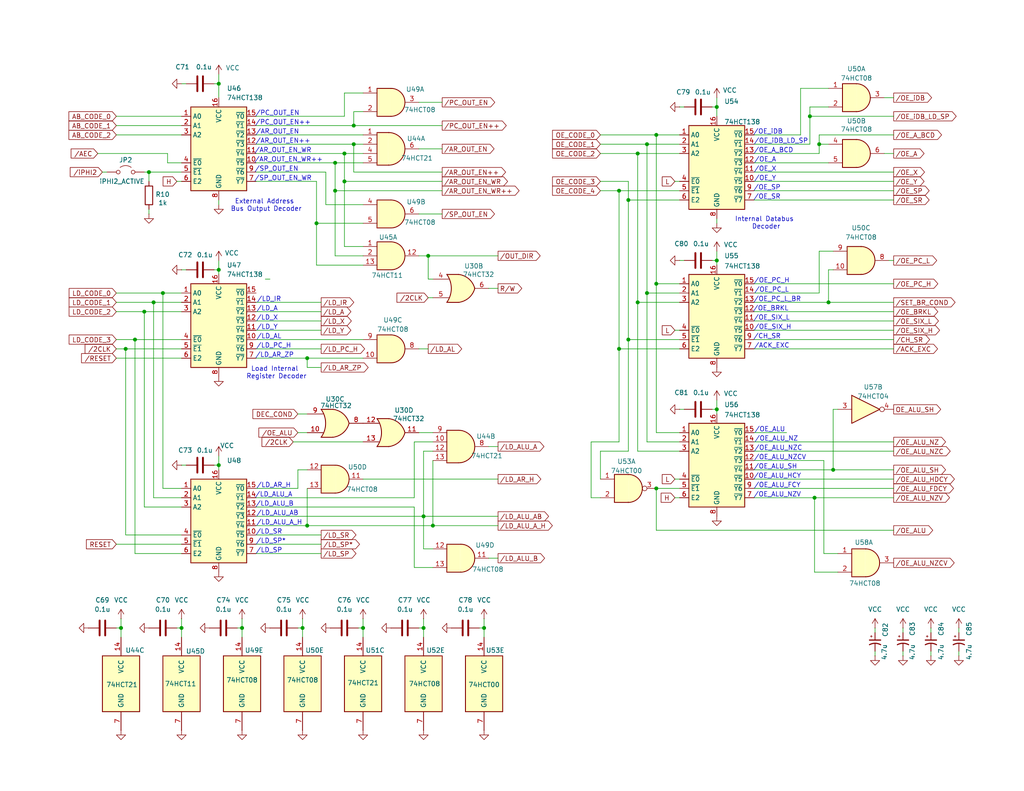
<source format=kicad_sch>
(kicad_sch (version 20250114) (generator "eeschema") (generator_version "9.0")
  (paper "A")
  (title_block (title "TTL 6510 Computer") (date "2025-10-20") (rev "B") (company "Stefan Warnke") (comment 9 "CPU_6502_Opcodes.txt"))
  (text "/LD_SP*" (at 73.914 147.828 0) (effects (font (size 1.27 1.27))))
  (text "/LD_SP" (at 73.406 150.368 0) (effects (font (size 1.27 1.27))))
  (text "/PC_OUT_EN" (at 75.692 30.988 0) (effects (font (size 1.27 1.27))))
  (text "/LD_ALU_AB" (at 75.692 140.208 0) (effects (font (size 1.27 1.27))))
  (text "/OE_PC_L" (at 210.566 79.248 0) (effects (font (size 1.27 1.27))))
  (text "/OE_iDB" (at 209.55 36.068 0) (effects (font (size 1.27 1.27))))
  (text "/LD_ALU_A_H" (at 76.2 142.748 0) (effects (font (size 1.27 1.27))))
  (text "Internal Databus \nDecoder" (at 209.042 60.96 0) (effects (font (size 1.27 1.27))))
  (text "/OE_PC_L_BR" (at 212.09 81.788 0) (effects (font (size 1.27 1.27))))
  (text "/OE_SIX_L" (at 210.566 86.868 0) (effects (font (size 1.27 1.27))))
  (text "/LD_ALU_A" (at 74.676 135.128 0) (effects (font (size 1.27 1.27))))
  (text "External Address \nBus Output Decoder" (at 72.644 56.134 0) (effects (font (size 1.27 1.27))))
  (text "Load Internal \nRegister Decoder" (at 75.438 101.854 0) (effects (font (size 1.27 1.27))))
  (text "/OE_SP" (at 209.296 51.308 0) (effects (font (size 1.27 1.27))))
  (text "/SP_OUT_EN_WR" (at 77.216 48.768 0) (effects (font (size 1.27 1.27))))
  (text "/CH_SR\n" (at 209.296 91.948 0) (effects (font (size 1.27 1.27))))
  (text "/PC_OUT_EN++" (at 77.216 33.528 0) (effects (font (size 1.27 1.27))))
  (text "/LD_X" (at 72.898 86.868 0) (effects (font (size 1.27 1.27))))
  (text "/OE_Y" (at 208.788 48.768 0) (effects (font (size 1.27 1.27))))
  (text "/OE_ALU_NZCV" (at 212.852 124.968 0) (effects (font (size 1.27 1.27))))
  (text "/LD_ALU_B" (at 74.93 137.668 0) (effects (font (size 1.27 1.27))))
  (text "/OE_iDB_LD_SP\n" (at 213.106 38.608 0) (effects (font (size 1.27 1.27))))
  (text "/OE_X" (at 208.788 46.228 0) (effects (font (size 1.27 1.27))))
  (text "/LD_PC_H" (at 74.676 94.488 0) (effects (font (size 1.27 1.27))))
  (text "/OE_PC_H" (at 210.566 76.708 0) (effects (font (size 1.27 1.27))))
  (text "/OE_SIX_H" (at 210.82 89.408 0) (effects (font (size 1.27 1.27))))
  (text "/OE_ALU_HCY" (at 212.09 130.048 0) (effects (font (size 1.27 1.27))))
  (text "/ACK_EXC" (at 210.566 94.488 0) (effects (font (size 1.27 1.27))))
  (text "/OE_SR\n" (at 209.296 53.848 0) (effects (font (size 1.27 1.27))))
  (text "/AR_OUT_EN_WR" (at 77.216 41.148 0) (effects (font (size 1.27 1.27))))
  (text "/OE_ALU" (at 210.058 117.348 0) (effects (font (size 1.27 1.27))))
  (text "/SP_OUT_EN" (at 75.438 46.228 0) (effects (font (size 1.27 1.27))))
  (text "/LD_IR" (at 73.406 81.788 0) (effects (font (size 1.27 1.27))))
  (text "/OE_ALU_NZC" (at 212.344 122.428 0) (effects (font (size 1.27 1.27))))
  (text "/OE_A_BCD" (at 211.074 41.148 0) (effects (font (size 1.27 1.27))))
  (text "/LD_AR_ZP" (at 74.93 97.028 0) (effects (font (size 1.27 1.27))))
  (text "/OE_ALU_FCY" (at 212.09 132.588 0) (effects (font (size 1.27 1.27))))
  (text "/LD_A" (at 72.898 84.328 0) (effects (font (size 1.27 1.27))))
  (text "/LD_Y" (at 72.898 89.408 0) (effects (font (size 1.27 1.27))))
  (text "/OE_BRKL" (at 210.312 84.328 0) (effects (font (size 1.27 1.27))))
  (text "/LD_AL" (at 73.406 91.948 0) (effects (font (size 1.27 1.27))))
  (text "/AR_OUT_EN_WR++" (at 78.74 43.688 0) (effects (font (size 1.27 1.27))))
  (text "/OE_ALU_NZ" (at 211.836 119.888 0) (effects (font (size 1.27 1.27))))
  (text "/AR_OUT_EN" (at 75.692 36.068 0) (effects (font (size 1.27 1.27))))
  (text "/OE_A" (at 208.788 43.688 0) (effects (font (size 1.27 1.27))))
  (text "/LD_SR\n" (at 73.406 145.288 0) (effects (font (size 1.27 1.27))))
  (text "/OE_ALU_NZV" (at 212.09 135.128 0) (effects (font (size 1.27 1.27))))
  (text "/AR_OUT_EN++" (at 77.216 38.608 0) (effects (font (size 1.27 1.27))))
  (text "/OE_ALU_SH" (at 211.582 127.508 0) (effects (font (size 1.27 1.27))))
  (text "/LD_AR_H\n" (at 74.676 132.588 0) (effects (font (size 1.27 1.27))))
  (junction (at 99.06 171.45))
  (junction (at 82.55 171.45))
  (junction (at 176.53 39.37))
  (junction (at 66.04 171.45))
  (junction (at 59.69 22.86))
  (junction (at 41.91 82.55))
  (junction (at 179.07 36.83))
  (junction (at 96.52 34.29))
  (junction (at 118.11 143.51))
  (junction (at 227.33 128.27))
  (junction (at 226.06 82.55))
  (junction (at 223.52 39.37))
  (junction (at 34.29 95.25))
  (junction (at 171.45 54.61))
  (junction (at 173.99 41.91))
  (junction (at 168.91 95.25))
  (junction (at 39.37 85.09))
  (junction (at 115.57 140.97))
  (junction (at 116.84 69.85))
  (junction (at 96.52 39.37))
  (junction (at 93.98 49.53))
  (junction (at 33.02 171.45))
  (junction (at 93.98 41.91))
  (junction (at 173.99 82.55))
  (junction (at 91.44 44.45))
  (junction (at 44.45 80.01))
  (junction (at 222.25 135.89))
  (junction (at 168.91 52.07))
  (junction (at 195.58 71.12))
  (junction (at 171.45 92.71))
  (junction (at 49.53 171.45))
  (junction (at 36.83 92.71))
  (junction (at 59.69 73.66))
  (junction (at 220.98 31.75))
  (junction (at 83.82 97.79))
  (junction (at 179.07 77.47))
  (junction (at 195.58 29.21))
  (junction (at 83.82 143.51))
  (junction (at 176.53 80.01))
  (junction (at 91.44 52.07))
  (junction (at 115.57 171.45))
  (junction (at 179.07 133.35))
  (junction (at 132.08 171.45))
  (junction (at 195.58 111.76))
  (junction (at 86.36 60.96))
  (junction (at 40.64 46.99))
  (junction (at 59.69 127))
  (wire (pts (xy 96.52 39.37) (xy 96.52 46.99)))
  (wire (pts (xy 88.9 46.99) (xy 88.9 55.88)))
  (wire (pts (xy 69.85 90.17) (xy 87.63 90.17)))
  (wire (pts (xy 226.06 73.66) (xy 227.33 73.66)))
  (wire (pts (xy 69.85 87.63) (xy 87.63 87.63)))
  (wire (pts (xy 132.08 171.45) (xy 132.08 173.99)))
  (wire (pts (xy 39.37 46.99) (xy 40.64 46.99)))
  (wire (pts (xy 44.45 133.35) (xy 44.45 80.01)))
  (wire (pts (xy 223.52 68.58) (xy 227.33 68.58)))
  (wire (pts (xy 161.29 120.65) (xy 168.91 120.65)))
  (wire (pts (xy 96.52 30.48) (xy 96.52 34.29)))
  (wire (pts (xy 205.74 87.63) (xy 243.84 87.63)))
  (wire (pts (xy 99.06 69.85) (xy 91.44 69.85)))
  (wire (pts (xy 59.69 71.12) (xy 59.69 73.66)))
  (wire (pts (xy 115.57 140.97) (xy 135.89 140.97)))
  (wire (pts (xy 184.15 135.89) (xy 185.42 135.89)))
  (wire (pts (xy 220.98 31.75) (xy 243.84 31.75)))
  (wire (pts (xy 99.06 44.45) (xy 91.44 44.45)))
  (wire (pts (xy 168.91 52.07) (xy 185.42 52.07)))
  (wire (pts (xy 132.08 168.91) (xy 132.08 171.45)))
  (wire (pts (xy 66.04 168.91) (xy 66.04 171.45)))
  (wire (pts (xy 81.28 118.11) (xy 83.82 118.11)))
  (wire (pts (xy 115.57 171.45) (xy 115.57 173.99)))
  (wire (pts (xy 113.03 135.89) (xy 69.85 135.89)))
  (wire (pts (xy 179.07 133.35) (xy 185.42 133.35)))
  (wire (pts (xy 49.53 44.45) (xy 45.72 44.45)))
  (wire (pts (xy 195.58 26.67) (xy 195.58 29.21)))
  (wire (pts (xy 69.85 34.29) (xy 96.52 34.29)))
  (wire (pts (xy 226.06 29.21) (xy 220.98 29.21)))
  (wire (pts (xy 87.63 100.33) (xy 83.82 100.33)))
  (wire (pts (xy 114.3 58.42) (xy 120.65 58.42)))
  (wire (pts (xy 246.38 171.45) (xy 246.38 172.72)))
  (wire (pts (xy 184.15 130.81) (xy 185.42 130.81)))
  (wire (pts (xy 205.74 36.83) (xy 218.44 36.83)))
  (wire (pts (xy 69.85 36.83) (xy 99.06 36.83)))
  (wire (pts (xy 81.28 171.45) (xy 82.55 171.45)))
  (wire (pts (xy 97.79 171.45) (xy 99.06 171.45)))
  (wire (pts (xy 91.44 52.07) (xy 120.65 52.07)))
  (wire (pts (xy 118.11 125.73) (xy 118.11 143.51)))
  (wire (pts (xy 69.85 39.37) (xy 96.52 39.37)))
  (wire (pts (xy 205.74 123.19) (xy 243.84 123.19)))
  (wire (pts (xy 205.74 130.81) (xy 243.84 130.81)))
  (wire (pts (xy 205.74 125.73) (xy 224.79 125.73)))
  (wire (pts (xy 261.62 171.45) (xy 261.62 172.72)))
  (wire (pts (xy 99.06 130.81) (xy 135.89 130.81)))
  (wire (pts (xy 114.3 69.85) (xy 116.84 69.85)))
  (wire (pts (xy 173.99 41.91) (xy 173.99 82.55)))
  (wire (pts (xy 194.31 111.76) (xy 195.58 111.76)))
  (wire (pts (xy 195.58 29.21) (xy 195.58 31.75)))
  (wire (pts (xy 69.85 148.59) (xy 87.63 148.59)))
  (wire (pts (xy 116.84 69.85) (xy 116.84 76.2)))
  (wire (pts (xy 228.6 151.13) (xy 224.79 151.13)))
  (wire (pts (xy 83.82 133.35) (xy 83.82 143.51)))
  (wire (pts (xy 168.91 120.65) (xy 168.91 95.25)))
  (wire (pts (xy 205.74 41.91) (xy 223.52 41.91)))
  (wire (pts (xy 176.53 80.01) (xy 185.42 80.01)))
  (wire (pts (xy 31.75 171.45) (xy 33.02 171.45)))
  (wire (pts (xy 168.91 95.25) (xy 185.42 95.25)))
  (wire (pts (xy 171.45 54.61) (xy 171.45 49.53)))
  (wire (pts (xy 40.64 46.99) (xy 40.64 49.53)))
  (wire (pts (xy 69.85 151.13) (xy 87.63 151.13)))
  (wire (pts (xy 69.85 146.05) (xy 87.63 146.05)))
  (wire (pts (xy 205.74 128.27) (xy 227.33 128.27)))
  (wire (pts (xy 118.11 149.86) (xy 115.57 149.86)))
  (wire (pts (xy 205.74 95.25) (xy 243.84 95.25)))
  (wire (pts (xy 39.37 85.09) (xy 49.53 85.09)))
  (wire (pts (xy 44.45 80.01) (xy 49.53 80.01)))
  (wire (pts (xy 49.53 151.13) (xy 36.83 151.13)))
  (wire (pts (xy 69.85 143.51) (xy 83.82 143.51)))
  (wire (pts (xy 243.84 36.83) (xy 223.52 36.83)))
  (wire (pts (xy 223.52 36.83) (xy 223.52 39.37)))
  (wire (pts (xy 118.11 143.51) (xy 135.89 143.51)))
  (wire (pts (xy 195.58 59.69) (xy 195.58 60.96)))
  (wire (pts (xy 185.42 41.91) (xy 173.99 41.91)))
  (wire (pts (xy 226.06 82.55) (xy 226.06 73.66)))
  (wire (pts (xy 163.83 130.81) (xy 163.83 123.19)))
  (wire (pts (xy 115.57 123.19) (xy 115.57 140.97)))
  (wire (pts (xy 36.83 92.71) (xy 49.53 92.71)))
  (wire (pts (xy 205.74 77.47) (xy 243.84 77.47)))
  (wire (pts (xy 49.53 127) (xy 50.8 127)))
  (wire (pts (xy 49.53 133.35) (xy 44.45 133.35)))
  (wire (pts (xy 49.53 22.86) (xy 50.8 22.86)))
  (wire (pts (xy 226.06 82.55) (xy 243.84 82.55)))
  (wire (pts (xy 58.42 127) (xy 59.69 127)))
  (wire (pts (xy 59.69 73.66) (xy 59.69 74.93)))
  (wire (pts (xy 185.42 39.37) (xy 176.53 39.37)))
  (wire (pts (xy 205.74 80.01) (xy 223.52 80.01)))
  (wire (pts (xy 133.35 121.92) (xy 135.89 121.92)))
  (wire (pts (xy 99.06 25.4) (xy 93.98 25.4)))
  (wire (pts (xy 99.06 39.37) (xy 96.52 39.37)))
  (wire (pts (xy 96.52 30.48) (xy 99.06 30.48)))
  (wire (pts (xy 83.82 97.79) (xy 99.06 97.79)))
  (wire (pts (xy 49.53 135.89) (xy 41.91 135.89)))
  (wire (pts (xy 161.29 135.89) (xy 161.29 120.65)))
  (wire (pts (xy 45.72 44.45) (xy 45.72 41.91)))
  (wire (pts (xy 40.64 46.99) (xy 49.53 46.99)))
  (wire (pts (xy 205.74 90.17) (xy 243.84 90.17)))
  (wire (pts (xy 227.33 111.76) (xy 228.6 111.76)))
  (wire (pts (xy 246.38 177.8) (xy 246.38 179.07)))
  (wire (pts (xy 82.55 168.91) (xy 82.55 171.45)))
  (wire (pts (xy 185.42 82.55) (xy 173.99 82.55)))
  (wire (pts (xy 83.82 143.51) (xy 118.11 143.51)))
  (wire (pts (xy 185.42 111.76) (xy 186.69 111.76)))
  (wire (pts (xy 205.74 120.65) (xy 243.84 120.65)))
  (wire (pts (xy 238.76 171.45) (xy 238.76 172.72)))
  (wire (pts (xy 185.42 123.19) (xy 173.99 123.19)))
  (wire (pts (xy 205.74 133.35) (xy 243.84 133.35)))
  (wire (pts (xy 69.85 41.91) (xy 93.98 41.91)))
  (wire (pts (xy 33.02 173.99) (xy 33.02 171.45)))
  (wire (pts (xy 91.44 69.85) (xy 91.44 52.07)))
  (wire (pts (xy 64.77 171.45) (xy 66.04 171.45)))
  (wire (pts (xy 205.74 92.71) (xy 243.84 92.71)))
  (wire (pts (xy 80.01 120.65) (xy 99.06 120.65)))
  (wire (pts (xy 115.57 168.91) (xy 115.57 171.45)))
  (wire (pts (xy 227.33 128.27) (xy 227.33 111.76)))
  (wire (pts (xy 223.52 39.37) (xy 223.52 41.91)))
  (wire (pts (xy 59.69 20.32) (xy 59.69 22.86)))
  (wire (pts (xy 163.83 135.89) (xy 161.29 135.89)))
  (wire (pts (xy 261.62 177.8) (xy 261.62 179.07)))
  (wire (pts (xy 93.98 67.31) (xy 93.98 49.53)))
  (wire (pts (xy 133.35 78.74) (xy 135.89 78.74)))
  (wire (pts (xy 222.25 135.89) (xy 222.25 156.21)))
  (wire (pts (xy 205.74 49.53) (xy 243.84 49.53)))
  (wire (pts (xy 120.65 46.99) (xy 96.52 46.99)))
  (wire (pts (xy 114.3 171.45) (xy 115.57 171.45)))
  (wire (pts (xy 238.76 177.8) (xy 238.76 179.07)))
  (wire (pts (xy 86.36 60.96) (xy 86.36 72.39)))
  (wire (pts (xy 86.36 49.53) (xy 86.36 60.96)))
  (wire (pts (xy 59.69 55.88) (xy 59.69 54.61)))
  (wire (pts (xy 45.72 41.91) (xy 26.67 41.91)))
  (wire (pts (xy 69.85 92.71) (xy 99.06 92.71)))
  (wire (pts (xy 185.42 118.11) (xy 179.07 118.11)))
  (wire (pts (xy 133.35 152.4) (xy 135.89 152.4)))
  (wire (pts (xy 243.84 144.78) (xy 179.07 144.78)))
  (wire (pts (xy 59.69 22.86) (xy 59.69 26.67)))
  (wire (pts (xy 116.84 69.85) (xy 135.89 69.85)))
  (wire (pts (xy 93.98 41.91) (xy 99.06 41.91)))
  (wire (pts (xy 195.58 71.12) (xy 195.58 72.39)))
  (wire (pts (xy 86.36 72.39) (xy 99.06 72.39)))
  (wire (pts (xy 114.3 95.25) (xy 116.84 95.25)))
  (wire (pts (xy 69.85 95.25) (xy 87.63 95.25)))
  (wire (pts (xy 171.45 92.71) (xy 171.45 54.61)))
  (wire (pts (xy 91.44 44.45) (xy 91.44 52.07)))
  (wire (pts (xy 116.84 76.2) (xy 118.11 76.2)))
  (wire (pts (xy 31.75 95.25) (xy 34.29 95.25)))
  (wire (pts (xy 69.85 133.35) (xy 81.28 133.35)))
  (wire (pts (xy 49.53 168.91) (xy 49.53 171.45)))
  (wire (pts (xy 223.52 39.37) (xy 226.06 39.37)))
  (wire (pts (xy 163.83 123.19) (xy 171.45 123.19)))
  (wire (pts (xy 185.42 71.12) (xy 186.69 71.12)))
  (wire (pts (xy 176.53 39.37) (xy 176.53 80.01)))
  (wire (pts (xy 114.3 27.94) (xy 120.65 27.94)))
  (wire (pts (xy 41.91 135.89) (xy 41.91 82.55)))
  (wire (pts (xy 81.28 113.03) (xy 83.82 113.03)))
  (wire (pts (xy 39.37 85.09) (xy 31.75 85.09)))
  (wire (pts (xy 222.25 135.89) (xy 243.84 135.89)))
  (wire (pts (xy 31.75 36.83) (xy 49.53 36.83)))
  (wire (pts (xy 49.53 73.66) (xy 50.8 73.66)))
  (wire (pts (xy 86.36 60.96) (xy 99.06 60.96)))
  (wire (pts (xy 115.57 149.86) (xy 115.57 140.97)))
  (wire (pts (xy 72.39 76.2) (xy 73.66 76.2)))
  (wire (pts (xy 34.29 95.25) (xy 49.53 95.25)))
  (wire (pts (xy 69.85 85.09) (xy 87.63 85.09)))
  (wire (pts (xy 81.28 128.27) (xy 83.82 128.27)))
  (wire (pts (xy 227.33 128.27) (xy 243.84 128.27)))
  (wire (pts (xy 49.53 138.43) (xy 39.37 138.43)))
  (wire (pts (xy 224.79 151.13) (xy 224.79 125.73)))
  (wire (pts (xy 88.9 55.88) (xy 99.06 55.88)))
  (wire (pts (xy 96.52 34.29) (xy 120.65 34.29)))
  (wire (pts (xy 58.42 73.66) (xy 59.69 73.66)))
  (wire (pts (xy 69.85 49.53) (xy 86.36 49.53)))
  (wire (pts (xy 205.74 85.09) (xy 243.84 85.09)))
  (wire (pts (xy 31.75 148.59) (xy 49.53 148.59)))
  (wire (pts (xy 59.69 124.46) (xy 59.69 127)))
  (wire (pts (xy 163.83 36.83) (xy 179.07 36.83)))
  (wire (pts (xy 185.42 54.61) (xy 171.45 54.61)))
  (wire (pts (xy 93.98 41.91) (xy 93.98 49.53)))
  (wire (pts (xy 31.75 31.75) (xy 49.53 31.75)))
  (wire (pts (xy 39.37 138.43) (xy 39.37 85.09)))
  (wire (pts (xy 81.28 133.35) (xy 81.28 128.27)))
  (wire (pts (xy 69.85 138.43) (xy 113.03 138.43)))
  (wire (pts (xy 218.44 24.13) (xy 218.44 36.83)))
  (wire (pts (xy 241.3 26.67) (xy 243.84 26.67)))
  (wire (pts (xy 195.58 109.22) (xy 195.58 111.76)))
  (wire (pts (xy 171.45 92.71) (xy 185.42 92.71)))
  (wire (pts (xy 69.85 140.97) (xy 115.57 140.97)))
  (wire (pts (xy 114.3 118.11) (xy 118.11 118.11)))
  (wire (pts (xy 59.69 127) (xy 59.69 128.27)))
  (wire (pts (xy 93.98 25.4) (xy 93.98 31.75)))
  (wire (pts (xy 69.85 44.45) (xy 91.44 44.45)))
  (wire (pts (xy 205.74 135.89) (xy 222.25 135.89)))
  (wire (pts (xy 41.91 82.55) (xy 49.53 82.55)))
  (wire (pts (xy 114.3 40.64) (xy 120.65 40.64)))
  (wire (pts (xy 31.75 97.79) (xy 49.53 97.79)))
  (wire (pts (xy 27.94 46.99) (xy 29.21 46.99)))
  (wire (pts (xy 176.53 120.65) (xy 176.53 80.01)))
  (wire (pts (xy 130.81 171.45) (xy 132.08 171.45)))
  (wire (pts (xy 116.84 81.28) (xy 118.11 81.28)))
  (wire (pts (xy 222.25 156.21) (xy 228.6 156.21)))
  (wire (pts (xy 185.42 36.83) (xy 179.07 36.83)))
  (wire (pts (xy 163.83 39.37) (xy 176.53 39.37)))
  (wire (pts (xy 194.31 71.12) (xy 195.58 71.12)))
  (wire (pts (xy 34.29 146.05) (xy 49.53 146.05)))
  (wire (pts (xy 31.75 82.55) (xy 41.91 82.55)))
  (wire (pts (xy 185.42 29.21) (xy 186.69 29.21)))
  (wire (pts (xy 36.83 151.13) (xy 36.83 92.71)))
  (wire (pts (xy 69.85 46.99) (xy 88.9 46.99)))
  (wire (pts (xy 118.11 154.94) (xy 113.03 154.94)))
  (wire (pts (xy 34.29 95.25) (xy 34.29 146.05)))
  (wire (pts (xy 69.85 82.55) (xy 87.63 82.55)))
  (wire (pts (xy 185.42 120.65) (xy 176.53 120.65)))
  (wire (pts (xy 226.06 24.13) (xy 218.44 24.13)))
  (wire (pts (xy 242.57 71.12) (xy 243.84 71.12)))
  (wire (pts (xy 66.04 171.45) (xy 66.04 173.99)))
  (wire (pts (xy 83.82 100.33) (xy 83.82 97.79)))
  (wire (pts (xy 31.75 92.71) (xy 36.83 92.71)))
  (wire (pts (xy 179.07 144.78) (xy 179.07 133.35)))
  (wire (pts (xy 48.26 171.45) (xy 49.53 171.45)))
  (wire (pts (xy 254 171.45) (xy 254 172.72)))
  (wire (pts (xy 205.74 54.61) (xy 243.84 54.61)))
  (wire (pts (xy 241.3 41.91) (xy 243.84 41.91)))
  (wire (pts (xy 113.03 154.94) (xy 113.03 138.43)))
  (wire (pts (xy 120.65 49.53) (xy 93.98 49.53)))
  (wire (pts (xy 195.58 68.58) (xy 195.58 71.12)))
  (wire (pts (xy 99.06 168.91) (xy 99.06 171.45)))
  (wire (pts (xy 163.83 52.07) (xy 168.91 52.07)))
  (wire (pts (xy 205.74 52.07) (xy 243.84 52.07)))
  (wire (pts (xy 99.06 67.31) (xy 93.98 67.31)))
  (wire (pts (xy 58.42 22.86) (xy 59.69 22.86)))
  (wire (pts (xy 205.74 82.55) (xy 226.06 82.55)))
  (wire (pts (xy 205.74 46.99) (xy 243.84 46.99)))
  (wire (pts (xy 220.98 31.75) (xy 220.98 39.37)))
  (wire (pts (xy 254 177.8) (xy 254 179.07)))
  (wire (pts (xy 223.52 80.01) (xy 223.52 68.58)))
  (wire (pts (xy 40.64 57.15) (xy 40.64 58.42)))
  (wire (pts (xy 184.15 90.17) (xy 185.42 90.17)))
  (wire (pts (xy 220.98 29.21) (xy 220.98 31.75)))
  (wire (pts (xy 171.45 123.19) (xy 171.45 92.71)))
  (wire (pts (xy 179.07 118.11) (xy 179.07 77.47)))
  (wire (pts (xy 49.53 173.99) (xy 49.53 171.45)))
  (wire (pts (xy 185.42 77.47) (xy 179.07 77.47)))
  (wire (pts (xy 205.74 118.11) (xy 214.63 118.11)))
  (wire (pts (xy 163.83 49.53) (xy 171.45 49.53)))
  (wire (pts (xy 113.03 120.65) (xy 113.03 135.89)))
  (wire (pts (xy 184.15 49.53) (xy 185.42 49.53)))
  (wire (pts (xy 48.26 49.53) (xy 49.53 49.53)))
  (wire (pts (xy 163.83 41.91) (xy 173.99 41.91)))
  (wire (pts (xy 33.02 168.91) (xy 33.02 171.45)))
  (wire (pts (xy 118.11 123.19) (xy 115.57 123.19)))
  (wire (pts (xy 69.85 31.75) (xy 93.98 31.75)))
  (wire (pts (xy 179.07 36.83) (xy 179.07 77.47)))
  (wire (pts (xy 173.99 123.19) (xy 173.99 82.55)))
  (wire (pts (xy 205.74 39.37) (xy 220.98 39.37)))
  (wire (pts (xy 168.91 52.07) (xy 168.91 95.25)))
  (wire (pts (xy 194.31 29.21) (xy 195.58 29.21)))
  (wire (pts (xy 205.74 44.45) (xy 226.06 44.45)))
  (wire (pts (xy 31.75 34.29) (xy 49.53 34.29)))
  (wire (pts (xy 69.85 97.79) (xy 83.82 97.79)))
  (wire (pts (xy 118.11 120.65) (xy 113.03 120.65)))
  (wire (pts (xy 82.55 171.45) (xy 82.55 173.99)))
  (wire (pts (xy 31.75 80.01) (xy 44.45 80.01)))
  (wire (pts (xy 99.06 171.45) (xy 99.06 173.99)))
  (wire (pts (xy 195.58 111.76) (xy 195.58 113.03)))
  (global_label "R{slash}W" (shape output) (at 135.89 78.74 0) (property "Intersheetrefs" "${INTERSHEET_REFS}" (effects (hide yes))))
  (global_label "{slash}LD_ALU_A_H" (shape output) (at 135.89 143.51 0) (property "Intersheetrefs" "${INTERSHEET_REFS}" (effects (hide yes))))
  (global_label "{slash}iPHI2" (shape input) (at 27.94 46.99 180) (effects (font (thickness 0.1588))) (property "Intersheetrefs" "${INTERSHEET_REFS}" (effects (hide yes))))
  (global_label "{slash}LD_AR_H" (shape output) (at 135.89 130.81 0) (property "Intersheetrefs" "${INTERSHEET_REFS}" (effects (hide yes))))
  (global_label "OE_ALU_SH" (shape output) (at 243.84 111.76 0) (property "Intersheetrefs" "${INTERSHEET_REFS}" (effects (hide yes))))
  (global_label "{slash}LD_ALU_AB" (shape output) (at 135.89 140.97 0) (property "Intersheetrefs" "${INTERSHEET_REFS}" (effects (hide yes))))
  (global_label "{slash}OE_ALU_NZC" (shape output) (at 243.84 123.19 0) (property "Intersheetrefs" "${INTERSHEET_REFS}" (effects (hide yes))))
  (global_label "{slash}OE_ALU_FDCY" (shape output) (at 243.84 133.35 0) (property "Intersheetrefs" "${INTERSHEET_REFS}" (effects (hide yes))))
  (global_label "{slash}AR_OUT_EN++" (shape output) (at 120.65 46.99 0) (property "Intersheetrefs" "${INTERSHEET_REFS}" (effects (hide yes))))
  (global_label "{slash}2CLK" (shape input) (at 80.01 120.65 180) (effects (font (thickness 0.1588))) (property "Intersheetrefs" "${INTERSHEET_REFS}" (effects (hide yes))))
  (global_label "{slash}CH_SR" (shape output) (at 243.84 92.71 0) (property "Intersheetrefs" "${INTERSHEET_REFS}" (effects (hide yes))))
  (global_label "{slash}LD_ALU_B" (shape output) (at 135.89 152.4 0) (property "Intersheetrefs" "${INTERSHEET_REFS}" (effects (hide yes))))
  (global_label "{slash}LD_IR" (shape output) (at 87.63 82.55 0) (property "Intersheetrefs" "${INTERSHEET_REFS}" (effects (hide yes))))
  (global_label "OE_CODE_4" (shape input) (at 163.83 52.07 180) (property "Intersheetrefs" "${INTERSHEET_REFS}" (effects (hide yes))))
  (global_label "{slash}OE_BRKL" (shape output) (at 243.84 85.09 0) (property "Intersheetrefs" "${INTERSHEET_REFS}" (effects (hide yes))))
  (global_label "{slash}LD_AL" (shape output) (at 116.84 95.25 0) (property "Intersheetrefs" "${INTERSHEET_REFS}" (effects (hide yes))))
  (global_label "H" (shape input) (at 184.15 135.89 180) (effects (font (thickness 0.1588))) (property "Intersheetrefs" "${INTERSHEET_REFS}" (effects (hide yes))))
  (global_label "{slash}OE_PC_H" (shape output) (at 243.84 77.47 0) (property "Intersheetrefs" "${INTERSHEET_REFS}" (effects (hide yes))))
  (global_label "{slash}ACK_EXC" (shape output) (at 243.84 95.25 0) (property "Intersheetrefs" "${INTERSHEET_REFS}" (effects (hide yes))))
  (global_label "{slash}AR_OUT_EN_WR++" (shape output) (at 120.65 52.07 0) (property "Intersheetrefs" "${INTERSHEET_REFS}" (effects (hide yes))))
  (global_label "OE_CODE_2" (shape input) (at 163.83 41.91 180) (property "Intersheetrefs" "${INTERSHEET_REFS}" (effects (hide yes))))
  (global_label "{slash}OE_iDB_LD_SP" (shape output) (at 243.84 31.75 0) (property "Intersheetrefs" "${INTERSHEET_REFS}" (effects (hide yes))))
  (global_label "L" (shape input) (at 184.15 49.53 180) (effects (font (thickness 0.1588))) (property "Intersheetrefs" "${INTERSHEET_REFS}" (effects (hide yes))))
  (global_label "OE_CODE_3" (shape input) (at 163.83 49.53 180) (property "Intersheetrefs" "${INTERSHEET_REFS}" (effects (hide yes))))
  (global_label "{slash}LD_ALU_A" (shape output) (at 135.89 121.92 0) (property "Intersheetrefs" "${INTERSHEET_REFS}" (effects (hide yes))))
  (global_label "{slash}2CLK" (shape input) (at 116.84 81.28 180) (effects (font (thickness 0.1588))) (property "Intersheetrefs" "${INTERSHEET_REFS}" (effects (hide yes))))
  (global_label "{slash}AR_OUT_EN" (shape output) (at 120.65 40.64 0) (property "Intersheetrefs" "${INTERSHEET_REFS}" (effects (hide yes))))
  (global_label "{slash}AEC" (shape input) (at 26.67 41.91 180) (effects (font (thickness 0.1588))) (property "Intersheetrefs" "${INTERSHEET_REFS}" (effects (hide yes))))
  (global_label "{slash}OE_iDB" (shape output) (at 243.84 26.67 0) (property "Intersheetrefs" "${INTERSHEET_REFS}" (effects (hide yes))))
  (global_label "AB_CODE_0" (shape input) (at 31.75 31.75 180) (property "Intersheetrefs" "${INTERSHEET_REFS}" (effects (hide yes))))
  (global_label "{slash}OE_SIX_H" (shape output) (at 243.84 90.17 0) (property "Intersheetrefs" "${INTERSHEET_REFS}" (effects (hide yes))))
  (global_label "LD_CODE_0" (shape input) (at 31.75 80.01 180) (property "Intersheetrefs" "${INTERSHEET_REFS}" (effects (hide yes))))
  (global_label "{slash}LD_X" (shape output) (at 87.63 87.63 0) (property "Intersheetrefs" "${INTERSHEET_REFS}" (effects (hide yes))))
  (global_label "{slash}OUT_DIR" (shape output) (at 135.89 69.85 0) (property "Intersheetrefs" "${INTERSHEET_REFS}" (effects (hide yes))))
  (global_label "LD_CODE_2" (shape input) (at 31.75 85.09 180) (property "Intersheetrefs" "${INTERSHEET_REFS}" (effects (hide yes))))
  (global_label "{slash}OE_ALU_NZCV" (shape output) (at 243.84 153.67 0) (property "Intersheetrefs" "${INTERSHEET_REFS}" (effects (hide yes))))
  (global_label "{slash}RESET" (shape input) (at 31.75 97.79 180) (effects (font (thickness 0.1588))) (property "Intersheetrefs" "${INTERSHEET_REFS}" (effects (hide yes))))
  (global_label "{slash}OE_Y" (shape output) (at 243.84 49.53 0) (property "Intersheetrefs" "${INTERSHEET_REFS}" (effects (hide yes))))
  (global_label "{slash}LD_A" (shape output) (at 87.63 85.09 0) (property "Intersheetrefs" "${INTERSHEET_REFS}" (effects (hide yes))))
  (global_label "{slash}OE_ALU" (shape output) (at 243.84 144.78 0) (property "Intersheetrefs" "${INTERSHEET_REFS}" (effects (hide yes))))
  (global_label "{slash}LD_AR_ZP" (shape output) (at 87.63 100.33 0) (property "Intersheetrefs" "${INTERSHEET_REFS}" (effects (hide yes))))
  (global_label "L" (shape input) (at 184.15 130.81 180) (effects (font (thickness 0.1588))) (property "Intersheetrefs" "${INTERSHEET_REFS}" (effects (hide yes))))
  (global_label "{slash}SP_OUT_EN" (shape output) (at 120.65 58.42 0) (property "Intersheetrefs" "${INTERSHEET_REFS}" (effects (hide yes))))
  (global_label "DEC_COND" (shape input) (at 81.28 113.03 180) (property "Intersheetrefs" "${INTERSHEET_REFS}" (effects (hide yes))))
  (global_label "L" (shape input) (at 184.15 90.17 180) (effects (font (thickness 0.1588))) (property "Intersheetrefs" "${INTERSHEET_REFS}" (effects (hide yes))))
  (global_label "LD_CODE_1" (shape input) (at 31.75 82.55 180) (property "Intersheetrefs" "${INTERSHEET_REFS}" (effects (hide yes))))
  (global_label "{slash}SET_BR_COND" (shape output) (at 243.84 82.55 0) (property "Intersheetrefs" "${INTERSHEET_REFS}" (effects (hide yes))))
  (global_label "{slash}OE_ALU_NZ" (shape output) (at 243.84 120.65 0) (property "Intersheetrefs" "${INTERSHEET_REFS}" (effects (hide yes))))
  (global_label "{slash}LD_SP*" (shape output) (at 87.63 148.59 0) (property "Intersheetrefs" "${INTERSHEET_REFS}" (effects (hide yes))))
  (global_label "{slash}PC_OUT_EN++" (shape output) (at 120.65 34.29 0) (property "Intersheetrefs" "${INTERSHEET_REFS}" (effects (hide yes))))
  (global_label "{slash}LD_Y" (shape output) (at 87.63 90.17 0) (property "Intersheetrefs" "${INTERSHEET_REFS}" (effects (hide yes))))
  (global_label "{slash}LD_SR" (shape output) (at 87.63 146.05 0) (property "Intersheetrefs" "${INTERSHEET_REFS}" (effects (hide yes))))
  (global_label "AB_CODE_1" (shape input) (at 31.75 34.29 180) (property "Intersheetrefs" "${INTERSHEET_REFS}" (effects (hide yes))))
  (global_label "{slash}OE_A_BCD" (shape output) (at 243.84 36.83 0) (property "Intersheetrefs" "${INTERSHEET_REFS}" (effects (hide yes))))
  (global_label "{slash}OE_SIX_L" (shape output) (at 243.84 87.63 0) (property "Intersheetrefs" "${INTERSHEET_REFS}" (effects (hide yes))))
  (global_label "{slash}OE_ALU_SH" (shape output) (at 243.84 128.27 0) (property "Intersheetrefs" "${INTERSHEET_REFS}" (effects (hide yes))))
  (global_label "{slash}AR_OUT_EN_WR" (shape output) (at 120.65 49.53 0) (property "Intersheetrefs" "${INTERSHEET_REFS}" (effects (hide yes))))
  (global_label "{slash}OE_ALU_NZV" (shape output) (at 243.84 135.89 0) (property "Intersheetrefs" "${INTERSHEET_REFS}" (effects (hide yes))))
  (global_label "AB_CODE_2" (shape input) (at 31.75 36.83 180) (property "Intersheetrefs" "${INTERSHEET_REFS}" (effects (hide yes))))
  (global_label "{slash}OE_SP" (shape output) (at 243.84 52.07 0) (property "Intersheetrefs" "${INTERSHEET_REFS}" (effects (hide yes))))
  (global_label "H" (shape input) (at 48.26 49.53 180) (effects (font (thickness 0.1588))) (property "Intersheetrefs" "${INTERSHEET_REFS}" (effects (hide yes))))
  (global_label "RESET" (shape input) (at 31.75 148.59 180) (effects (font (thickness 0.1588))) (property "Intersheetrefs" "${INTERSHEET_REFS}" (effects (hide yes))))
  (global_label "{slash}OE_X" (shape output) (at 243.84 46.99 0) (property "Intersheetrefs" "${INTERSHEET_REFS}" (effects (hide yes))))
  (global_label "OE_CODE_1" (shape input) (at 163.83 39.37 180) (property "Intersheetrefs" "${INTERSHEET_REFS}" (effects (hide yes))))
  (global_label "{slash}OE_ALU_HDCY" (shape output) (at 243.84 130.81 0) (property "Intersheetrefs" "${INTERSHEET_REFS}" (effects (hide yes))))
  (global_label "{slash}LD_SP" (shape output) (at 87.63 151.13 0) (property "Intersheetrefs" "${INTERSHEET_REFS}" (effects (hide yes))))
  (global_label "{slash}OE_PC_L" (shape output) (at 243.84 71.12 0) (property "Intersheetrefs" "${INTERSHEET_REFS}" (effects (hide yes))))
  (global_label "{slash}2CLK" (shape input) (at 31.75 95.25 180) (effects (font (thickness 0.1588))) (property "Intersheetrefs" "${INTERSHEET_REFS}" (effects (hide yes))))
  (global_label "LD_CODE_3" (shape input) (at 31.75 92.71 180) (property "Intersheetrefs" "${INTERSHEET_REFS}" (effects (hide yes))))
  (global_label "{slash}OE_A" (shape output) (at 243.84 41.91 0) (property "Intersheetrefs" "${INTERSHEET_REFS}" (effects (hide yes))))
  (global_label "OE_CODE_0" (shape input) (at 163.83 36.83 180) (property "Intersheetrefs" "${INTERSHEET_REFS}" (effects (hide yes))))
  (global_label "{slash}OE_ALU" (shape input) (at 81.28 118.11 180) (property "Intersheetrefs" "${INTERSHEET_REFS}" (effects (hide yes))))
  (global_label "{slash}LD_PC_H" (shape output) (at 87.63 95.25 0) (property "Intersheetrefs" "${INTERSHEET_REFS}" (effects (hide yes))))
  (global_label "{slash}PC_OUT_EN" (shape output) (at 120.65 27.94 0) (property "Intersheetrefs" "${INTERSHEET_REFS}" (effects (hide yes))))
  (global_label "{slash}OE_SR" (shape output) (at 243.84 54.61 0) (property "Intersheetrefs" "${INTERSHEET_REFS}" (effects (hide yes))))
  (symbol (lib_id "power:+5V") (at 195.58 26.67 0) (unit 1)
    (property "Reference" "#PWR0248" (effects (hide yes)))
    (property "Value" "VCC" (at 199.136 24.638 0))
    (property "Description" "Power symbol creates a global label with name \"+5V\"" (effects (hide yes)))
  )
  (symbol (lib_id "power:GND") (at 254 179.07 0) (unit 1)
    (property "Reference" "#PWR0259" (effects (hide yes)))
    (property "Value" "GND" (effects (hide yes)))
    (property "Description" "Power symbol creates a global label with name \"GND\" , ground" (effects (hide yes)))
  )
  (symbol (lib_id "power:GND") (at 66.04 199.39 0) (unit 1)
    (property "Reference" "#PWR0232" (effects (hide yes)))
    (property "Value" "GND" (effects (hide yes)))
    (property "Description" "Power symbol creates a global label with name \"GND\" , ground" (effects (hide yes)))
  )
  (symbol (lib_id "Device:C") (at 93.98 171.45 90) (unit 1)
    (property "Reference" "C76" (at 93.98 163.83 90))
    (property "Value" "0.1u" (at 93.98 166.37 90))
    (property "Footprint" "Project Library:C_Disc_D7.5mm_W2.5mm_P7.62mm" (effects (hide yes)))
    (property "Description" "Unpolarized capacitor" (effects (hide yes)))
    (property "OrderInfo" "https://www.digikey.com/en/products/detail/kemet/C320C104M5R5TA/3726028" (effects (hide yes)))
  )
  (symbol (lib_id "power:GND") (at 49.53 127 270) (unit 1)
    (property "Reference" "#PWR0221" (effects (hide yes)))
    (property "Value" "GND" (effects (hide yes)))
    (property "Description" "Power symbol creates a global label with name \"GND\" , ground" (effects (hide yes)))
  )
  (symbol (lib_id "Device:C") (at 110.49 171.45 90) (unit 1)
    (property "Reference" "C77" (at 110.49 163.83 90))
    (property "Value" "0.1u" (at 110.49 166.37 90))
    (property "Footprint" "Project Library:C_Disc_D7.5mm_W2.5mm_P7.62mm" (effects (hide yes)))
    (property "Description" "Unpolarized capacitor" (effects (hide yes)))
    (property "OrderInfo" "https://www.digikey.com/en/products/detail/kemet/C320C104M5R5TA/3726028" (effects (hide yes)))
  )
  (symbol (lib_id "Device:C") (at 60.96 171.45 90) (unit 1)
    (property "Reference" "C74" (at 60.96 163.83 90))
    (property "Value" "0.1u" (at 60.96 166.37 90))
    (property "Footprint" "Project Library:C_Disc_D7.5mm_W2.5mm_P7.62mm" (effects (hide yes)))
    (property "Description" "Unpolarized capacitor" (effects (hide yes)))
    (property "OrderInfo" "https://www.digikey.com/en/products/detail/kemet/C320C104M5R5TA/3726028" (effects (hide yes)))
  )
  (symbol (lib_id "74xx:74HCT00") (at 171.45 133.35 0) (unit 1)
    (property "Reference" "U53" (at 170.942 125.984 0))
    (property "Value" "74HCT00" (at 170.942 128.524 0))
    (property "Footprint" "Package_DIP:DIP-14_W7.62mm_Socket" (effects (hide yes)))
    (property "Datasheet" "http://www.ti.com/lit/gpn/sn74hct00" (effects (hide yes)))
    (property "Description" "quad 2-input NAND gate" (effects (hide yes)))
    (property "OrderInfo" "https://www.digikey.com/en/products/detail/texas-instruments/CD74HCT00E/38232" (effects (hide yes)))
  )
  (symbol (lib_id "power:GND") (at 82.55 199.39 0) (unit 1)
    (property "Reference" "#PWR0235" (effects (hide yes)))
    (property "Value" "GND" (effects (hide yes)))
    (property "Description" "Power symbol creates a global label with name \"GND\" , ground" (effects (hide yes)))
  )
  (symbol (lib_id "74xx:74LS08") (at 125.73 152.4 0) (unit 4)
    (property "Reference" "U49" (at 132.334 148.844 0))
    (property "Value" "74HCT08" (at 133.096 155.448 0))
    (property "Footprint" "Package_DIP:DIP-14_W7.62mm_Socket" (effects (hide yes)))
    (property "Datasheet" "http://www.ti.com/lit/gpn/sn74LS08" (effects (hide yes)))
    (property "Description" "Quad And2" (effects (hide yes)))
    (property "OrderInfo" "https://www.digikey.com/en/products/detail/texas-instruments/CD74HCT08E/38240" (effects (hide yes)))
  )
  (symbol (lib_id "power:+5V") (at 195.58 68.58 0) (unit 1)
    (property "Reference" "#PWR0250" (effects (hide yes)))
    (property "Value" "VCC" (at 199.39 66.802 0))
    (property "Description" "Power symbol creates a global label with name \"+5V\"" (effects (hide yes)))
  )
  (symbol (lib_id "74xx:74LS08") (at 233.68 26.67 0) (unit 1)
    (property "Reference" "U50" (at 233.68 18.796 0))
    (property "Value" "74HCT08" (at 233.68 21.336 0))
    (property "Footprint" "Package_DIP:DIP-14_W7.62mm_Socket" (effects (hide yes)))
    (property "Datasheet" "http://www.ti.com/lit/gpn/sn74LS08" (effects (hide yes)))
    (property "Description" "Quad And2" (effects (hide yes)))
    (property "OrderInfo" "https://www.digikey.com/en/products/detail/texas-instruments/CD74HCT08E/38240" (effects (hide yes)))
  )
  (symbol (lib_id "power:GND") (at 49.53 199.39 0) (unit 1)
    (property "Reference" "#PWR0223" (effects (hide yes)))
    (property "Value" "GND" (effects (hide yes)))
    (property "Description" "Power symbol creates a global label with name \"GND\" , ground" (effects (hide yes)))
  )
  (symbol (lib_id "74xx:74LS08") (at 91.44 130.81 0) (unit 4)
    (property "Reference" "U50" (at 97.536 127.508 0))
    (property "Value" "74HCT08" (at 98.806 133.604 0))
    (property "Footprint" "Package_DIP:DIP-14_W7.62mm_Socket" (effects (hide yes)))
    (property "Datasheet" "http://www.ti.com/lit/gpn/sn74LS08" (effects (hide yes)))
    (property "Description" "Quad And2" (effects (hide yes)))
    (property "OrderInfo" "https://www.digikey.com/en/products/detail/texas-instruments/CD74HCT08E/38240" (effects (hide yes)))
  )
  (symbol (lib_id "Device:C") (at 127 171.45 90) (unit 1)
    (property "Reference" "C78" (at 127 163.83 90))
    (property "Value" "0.1u" (at 127 166.37 90))
    (property "Footprint" "Project Library:C_Disc_D7.5mm_W2.5mm_P7.62mm" (effects (hide yes)))
    (property "Description" "Unpolarized capacitor" (effects (hide yes)))
    (property "OrderInfo" "https://www.digikey.com/en/products/detail/kemet/C320C104M5R5TA/3726028" (effects (hide yes)))
  )
  (symbol (lib_id "Device:C") (at 54.61 22.86 90) (unit 1)
    (property "Reference" "C71" (at 49.784 18.288 90))
    (property "Value" "0.1u" (at 55.626 18.288 90))
    (property "Footprint" "Project Library:C_Disc_D7.5mm_W2.5mm_P7.62mm" (effects (hide yes)))
    (property "Description" "Unpolarized capacitor" (effects (hide yes)))
    (property "OrderInfo" "https://www.digikey.com/en/products/detail/kemet/C320C104M5R5TA/3726028" (effects (hide yes)))
  )
  (symbol (lib_id "power:GND") (at 185.42 111.76 270) (unit 1)
    (property "Reference" "#PWR0247" (effects (hide yes)))
    (property "Value" "GND" (effects (hide yes)))
    (property "Description" "Power symbol creates a global label with name \"GND\" , ground" (effects (hide yes)))
  )
  (symbol (lib_id "Device:C") (at 190.5 111.76 90) (unit 1)
    (property "Reference" "C81" (at 185.928 107.188 90))
    (property "Value" "0.1u" (at 191.262 107.188 90))
    (property "Footprint" "Project Library:C_Disc_D7.5mm_W2.5mm_P7.62mm" (effects (hide yes)))
    (property "Description" "Unpolarized capacitor" (effects (hide yes)))
    (property "OrderInfo" "https://www.digikey.com/en/products/detail/kemet/C320C104M5R5TA/3726028" (effects (hide yes)))
  )
  (symbol (lib_id "74xx:74LS11") (at 49.53 186.69 0) (unit 4)
    (property "Reference" "U45" (at 53.34 177.8 0))
    (property "Value" "74HCT11" (at 49.276 186.69 0))
    (property "Footprint" "Package_DIP:DIP-14_W7.62mm_Socket" (effects (hide yes)))
    (property "Datasheet" "http://www.ti.com/lit/gpn/sn74LS11" (effects (hide yes)))
    (property "Description" "Triple 3-input AND" (effects (hide yes)))
    (property "OrderInfo" "https://www.digikey.com/en/products/detail/texas-instruments/CD74HCT11E/38248" (effects (hide yes)))
  )
  (symbol (lib_id "power:GND") (at 59.69 55.88 0) (unit 1)
    (property "Reference" "#PWR0226" (effects (hide yes)))
    (property "Value" "GND" (effects (hide yes)))
    (property "Description" "Power symbol creates a global label with name \"GND\" , ground" (effects (hide yes)))
  )
  (symbol (lib_id "74xx:74LS08") (at 66.04 186.69 0) (unit 5)
    (property "Reference" "U49" (at 69.342 177.546 0))
    (property "Value" "74HCT08" (at 66.04 185.674 0))
    (property "Footprint" "Package_DIP:DIP-14_W7.62mm_Socket" (effects (hide yes)))
    (property "Datasheet" "http://www.ti.com/lit/gpn/sn74LS08" (effects (hide yes)))
    (property "Description" "Quad And2" (effects (hide yes)))
    (property "OrderInfo" "https://www.digikey.com/en/products/detail/texas-instruments/CD74HCT08E/38240" (effects (hide yes)))
  )
  (symbol (lib_id "power:+5V") (at 246.38 171.45 0) (unit 1)
    (property "Reference" "#PWR0256" (effects (hide yes)))
    (property "Value" "VCC" (at 246.38 166.37 0))
    (property "Description" "Power symbol creates a global label with name \"+5V\"" (effects (hide yes)))
  )
  (symbol (lib_id "power:GND") (at 115.57 199.39 0) (unit 1)
    (property "Reference" "#PWR0241" (effects (hide yes)))
    (property "Value" "GND" (effects (hide yes)))
    (property "Description" "Power symbol creates a global label with name \"GND\" , ground" (effects (hide yes)))
  )
  (symbol (lib_id "power:+5V") (at 99.06 168.91 0) (unit 1)
    (property "Reference" "#PWR0237" (effects (hide yes)))
    (property "Value" "VCC" (at 99.06 163.83 0))
    (property "Description" "Power symbol creates a global label with name \"+5V\"" (effects (hide yes)))
  )
  (symbol (lib_id "power:+5V") (at 49.53 168.91 0) (unit 1)
    (property "Reference" "#PWR0222" (effects (hide yes)))
    (property "Value" "VCC" (at 49.53 163.83 0))
    (property "Description" "Power symbol creates a global label with name \"+5V\"" (effects (hide yes)))
  )
  (symbol (lib_id "Device:C") (at 54.61 73.66 90) (unit 1)
    (property "Reference" "C72" (at 50.546 69.596 90))
    (property "Value" "0.1u" (at 55.88 69.596 90))
    (property "Footprint" "Project Library:C_Disc_D7.5mm_W2.5mm_P7.62mm" (effects (hide yes)))
    (property "Description" "Unpolarized capacitor" (effects (hide yes)))
    (property "OrderInfo" "https://www.digikey.com/en/products/detail/kemet/C320C104M5R5TA/3726028" (effects (hide yes)))
  )
  (symbol (lib_id "power:+5V") (at 59.69 20.32 0) (unit 1)
    (property "Reference" "#PWR0225" (effects (hide yes)))
    (property "Value" "VCC" (at 63.5 18.542 0))
    (property "Description" "Power symbol creates a global label with name \"+5V\"" (effects (hide yes)))
  )
  (symbol (lib_id "74xx:74HCT138") (at 59.69 143.51 0) (unit 1)
    (property "Reference" "U48" (at 61.8841 125.73 0) (effects (justify left)))
    (property "Value" "74HCT138" (effects (hide yes)))
    (property "Footprint" "Package_DIP:DIP-16_W7.62mm_Socket" (effects (hide yes)))
    (property "Datasheet" "https://www.ti.com/lit/ds/symlink/sn74hct138.pdf" (effects (hide yes)))
    (property "Description" "Decoder 3 to 8 active low outputs" (effects (hide yes)))
    (property "OrderInfo" "https://www.digikey.com/en/products/detail/texas-instruments/SN74HCT138N/277254" (effects (hide yes)))
  )
  (symbol (lib_id "power:GND") (at 59.69 102.87 0) (unit 1)
    (property "Reference" "#PWR0228" (effects (hide yes)))
    (property "Value" "GND" (effects (hide yes)))
    (property "Description" "Power symbol creates a global label with name \"GND\" , ground" (effects (hide yes)))
  )
  (symbol (lib_id "Device:C_Polarized_Small_US") (at 238.76 175.26 0) (unit 1)
    (property "Reference" "C82" (at 241.554 171.958 90))
    (property "Value" "4.7u" (at 241.3 178.054 90))
    (property "Footprint" "Project Library:C_Disc_D7.5mm_W2.5mm_P7.62mm_pol" (effects (hide yes)))
    (property "Description" "Polarized capacitor, small US symbol" (effects (hide yes)))
    (property "OrderInfo" "https://www.digikey.com/en/products/detail/kyocera-avx/TAP475M010SCS/1472017" (effects (hide yes)))
  )
  (symbol (lib_id "74xx:74LS21") (at 33.02 186.69 0) (unit 3)
    (property "Reference" "U44" (at 36.83 177.546 0))
    (property "Value" "74HCT21" (at 33.274 186.944 0))
    (property "Footprint" "Package_DIP:DIP-14_W7.62mm_Socket" (effects (hide yes)))
    (property "Datasheet" "http://www.ti.com/lit/gpn/sn74LS21" (effects (hide yes)))
    (property "Description" "Dual 4-input AND" (effects (hide yes)))
    (property "OrderInfo" "https://www.digikey.com/en/products/detail/texas-instruments/CD74HCT21E/386074" (effects (hide yes)))
  )
  (symbol (lib_id "74xx:74LS21") (at 99.06 186.69 0) (unit 3)
    (property "Reference" "U51" (at 102.362 177.546 0))
    (property "Value" "74HCT21" (at 99.06 186.436 0))
    (property "Footprint" "Package_DIP:DIP-14_W7.62mm_Socket" (effects (hide yes)))
    (property "Datasheet" "http://www.ti.com/lit/gpn/sn74LS21" (effects (hide yes)))
    (property "Description" "Dual 4-input AND" (effects (hide yes)))
    (property "OrderInfo" "https://www.digikey.com/en/products/detail/texas-instruments/CD74HCT21E/386074" (effects (hide yes)))
  )
  (symbol (lib_id "74xx:74LS21") (at 125.73 121.92 0) (unit 2)
    (property "Reference" "U44" (at 132.588 119.126 0))
    (property "Value" "74HCT21" (at 132.842 124.46 0))
    (property "Footprint" "Package_DIP:DIP-14_W7.62mm_Socket" (effects (hide yes)))
    (property "Datasheet" "http://www.ti.com/lit/gpn/sn74LS21" (effects (hide yes)))
    (property "Description" "Dual 4-input AND" (effects (hide yes)))
    (property "OrderInfo" "https://www.digikey.com/en/products/detail/texas-instruments/CD74HCT21E/386074" (effects (hide yes)))
  )
  (symbol (lib_id "Device:C") (at 190.5 29.21 90) (unit 1)
    (property "Reference" "C79" (at 186.436 25.146 90))
    (property "Value" "0.1u" (at 191.77 25.146 90))
    (property "Footprint" "Project Library:C_Disc_D7.5mm_W2.5mm_P7.62mm" (effects (hide yes)))
    (property "Description" "Unpolarized capacitor" (effects (hide yes)))
    (property "OrderInfo" "https://www.digikey.com/en/products/detail/kemet/C320C104M5R5TA/3726028" (effects (hide yes)))
  )
  (symbol (lib_id "Device:C") (at 190.5 71.12 90) (unit 1)
    (property "Reference" "C80" (at 185.928 66.548 90))
    (property "Value" "0.1u" (at 191.262 66.548 90))
    (property "Footprint" "Project Library:C_Disc_D7.5mm_W2.5mm_P7.62mm" (effects (hide yes)))
    (property "Description" "Unpolarized capacitor" (effects (hide yes)))
    (property "OrderInfo" "https://www.digikey.com/en/products/detail/kemet/C320C104M5R5TA/3726028" (effects (hide yes)))
  )
  (symbol (lib_id "power:GND") (at 195.58 60.96 0) (unit 1)
    (property "Reference" "#PWR0249" (effects (hide yes)))
    (property "Value" "GND" (effects (hide yes)))
    (property "Description" "Power symbol creates a global label with name \"GND\" , ground" (effects (hide yes)))
  )
  (symbol (lib_id "power:GND") (at 90.17 171.45 270) (unit 1)
    (property "Reference" "#PWR0236" (effects (hide yes)))
    (property "Value" "GND" (effects (hide yes)))
    (property "Description" "Power symbol creates a global label with name \"GND\" , ground" (effects (hide yes)))
  )
  (symbol (lib_id "74xx:74LS08") (at 82.55 186.69 0) (unit 5)
    (property "Reference" "U50" (at 85.852 177.546 0))
    (property "Value" "74HCT08" (at 82.55 185.674 0))
    (property "Footprint" "Package_DIP:DIP-14_W7.62mm_Socket" (effects (hide yes)))
    (property "Datasheet" "http://www.ti.com/lit/gpn/sn74LS08" (effects (hide yes)))
    (property "Description" "Quad And2" (effects (hide yes)))
    (property "OrderInfo" "https://www.digikey.com/en/products/detail/texas-instruments/CD74HCT08E/38240" (effects (hide yes)))
  )
  (symbol (lib_id "power:GND") (at 106.68 171.45 270) (unit 1)
    (property "Reference" "#PWR0239" (effects (hide yes)))
    (property "Value" "GND" (effects (hide yes)))
    (property "Description" "Power symbol creates a global label with name \"GND\" , ground" (effects (hide yes)))
  )
  (symbol (lib_id "74xx:74LS08") (at 236.22 153.67 0) (unit 1)
    (property "Reference" "U58" (at 235.712 148.082 0))
    (property "Value" "74HCT08" (at 235.966 159.258 0))
    (property "Footprint" "Package_DIP:DIP-14_W7.62mm_Socket" (effects (hide yes)))
    (property "Datasheet" "http://www.ti.com/lit/gpn/sn74LS08" (effects (hide yes)))
    (property "Description" "Quad And2" (effects (hide yes)))
    (property "OrderInfo" "https://www.digikey.com/en/products/detail/texas-instruments/CD74HCT08E/38240" (effects (hide yes)))
  )
  (symbol (lib_id "power:GND") (at 40.64 171.45 270) (unit 1)
    (property "Reference" "#PWR0218" (effects (hide yes)))
    (property "Value" "GND" (effects (hide yes)))
    (property "Description" "Power symbol creates a global label with name \"GND\" , ground" (effects (hide yes)))
  )
  (symbol (lib_id "power:+5V") (at 59.69 124.46 0) (unit 1)
    (property "Reference" "#PWR0229" (effects (hide yes)))
    (property "Value" "VCC" (at 61.976 121.666 0))
    (property "Description" "Power symbol creates a global label with name \"+5V\"" (effects (hide yes)))
  )
  (symbol (lib_id "Device:R") (at 40.64 53.34 0) (unit 1)
    (property "Reference" "R10" (at 42.418 53.086 0) (effects (justify left)))
    (property "Value" "1k" (at 43.18 55.372 0) (effects (justify left)))
    (property "Footprint" "R_Axial_DIN0204_L3.6mm_D1.6mm_P7.62mm_Horizontal" (effects (hide yes)))
    (property "Description" "Resistor" (effects (hide yes)))
    (property "OrderInfo" "https://www.digikey.com/en/products/detail/stackpole-electronics-inc/CF14JT1K00/1741314" (effects (hide yes)))
  )
  (symbol (lib_id "Device:C") (at 54.61 127 90) (unit 1)
    (property "Reference" "C73" (at 50.546 122.936 90))
    (property "Value" "0.1u" (at 55.88 122.936 90))
    (property "Footprint" "Project Library:C_Disc_D7.5mm_W2.5mm_P7.62mm" (effects (hide yes)))
    (property "Description" "Unpolarized capacitor" (effects (hide yes)))
    (property "OrderInfo" "https://www.digikey.com/en/products/detail/kemet/C320C104M5R5TA/3726028" (effects (hide yes)))
  )
  (symbol (lib_id "74xx:74LS08") (at 106.68 95.25 0) (unit 3)
    (property "Reference" "U49" (at 107.188 87.376 0))
    (property "Value" "74HCT08" (at 107.188 89.916 0))
    (property "Footprint" "Package_DIP:DIP-14_W7.62mm_Socket" (effects (hide yes)))
    (property "Datasheet" "http://www.ti.com/lit/gpn/sn74LS08" (effects (hide yes)))
    (property "Description" "Quad And2" (effects (hide yes)))
    (property "OrderInfo" "https://www.digikey.com/en/products/detail/texas-instruments/CD74HCT08E/38240" (effects (hide yes)))
  )
  (symbol (lib_id "power:GND") (at 261.62 179.07 0) (unit 1)
    (property "Reference" "#PWR0261" (effects (hide yes)))
    (property "Value" "GND" (effects (hide yes)))
    (property "Description" "Power symbol creates a global label with name \"GND\" , ground" (effects (hide yes)))
  )
  (symbol (lib_id "Device:C_Polarized_Small_US") (at 254 175.26 0) (unit 1)
    (property "Reference" "C84" (at 256.794 171.704 90))
    (property "Value" "4.7u" (at 256.794 178.054 90))
    (property "Footprint" "Project Library:C_Disc_D7.5mm_W2.5mm_P7.62mm_pol" (effects (hide yes)))
    (property "Description" "Polarized capacitor, small US symbol" (effects (hide yes)))
    (property "OrderInfo" "https://www.digikey.com/en/products/detail/kyocera-avx/TAP475M010SCS/1472017" (effects (hide yes)))
  )
  (symbol (lib_id "74xx:74LS32") (at 106.68 118.11 0) (unit 4)
    (property "Reference" "U30" (at 110.236 112.014 0))
    (property "Value" "74HCT32" (at 111.506 114.3 0))
    (property "Footprint" "Package_DIP:DIP-14_W7.62mm_Socket" (effects (hide yes)))
    (property "Datasheet" "http://www.ti.com/lit/gpn/sn74LS32" (effects (hide yes)))
    (property "Description" "Quad 2-input OR" (effects (hide yes)))
    (property "OrderInfo" "https://www.digikey.com/en/products/detail/texas-instruments/CD74HCT32E/38504" (effects (hide yes)))
  )
  (symbol (lib_id "power:+5V") (at 66.04 168.91 0) (unit 1)
    (property "Reference" "#PWR0231" (effects (hide yes)))
    (property "Value" "VCC" (at 66.04 163.83 0))
    (property "Description" "Power symbol creates a global label with name \"+5V\"" (effects (hide yes)))
  )
  (symbol (lib_id "74xx:74LS21") (at 106.68 40.64 0) (unit 1)
    (property "Reference" "U44" (at 113.538 37.846 0))
    (property "Value" "74HCT21" (at 113.792 43.18 0))
    (property "Footprint" "Package_DIP:DIP-14_W7.62mm_Socket" (effects (hide yes)))
    (property "Datasheet" "http://www.ti.com/lit/gpn/sn74LS21" (effects (hide yes)))
    (property "Description" "Dual 4-input AND" (effects (hide yes)))
    (property "OrderInfo" "https://www.digikey.com/en/products/detail/texas-instruments/CD74HCT21E/386074" (effects (hide yes)))
  )
  (symbol (lib_id "power:GND") (at 24.13 171.45 270) (unit 1)
    (property "Reference" "#PWR0214" (effects (hide yes)))
    (property "Value" "GND" (effects (hide yes)))
    (property "Description" "Power symbol creates a global label with name \"GND\" , ground" (effects (hide yes)))
  )
  (symbol (lib_id "power:+5V") (at 33.02 168.91 0) (unit 1)
    (property "Reference" "#PWR0215" (effects (hide yes)))
    (property "Value" "VCC" (at 33.02 163.83 0))
    (property "Description" "Power symbol creates a global label with name \"+5V\"" (effects (hide yes)))
  )
  (symbol (lib_id "power:GND") (at 195.58 140.97 0) (unit 1)
    (property "Reference" "#PWR0253" (effects (hide yes)))
    (property "Value" "GND" (effects (hide yes)))
    (property "Description" "Power symbol creates a global label with name \"GND\" , ground" (effects (hide yes)))
  )
  (symbol (lib_id "power:GND") (at 185.42 71.12 270) (unit 1)
    (property "Reference" "#PWR0246" (effects (hide yes)))
    (property "Value" "GND" (effects (hide yes)))
    (property "Description" "Power symbol creates a global label with name \"GND\" , ground" (effects (hide yes)))
  )
  (symbol (lib_id "power:GND") (at 238.76 179.07 0) (unit 1)
    (property "Reference" "#PWR0255" (effects (hide yes)))
    (property "Value" "GND" (effects (hide yes)))
    (property "Description" "Power symbol creates a global label with name \"GND\" , ground" (effects (hide yes)))
  )
  (symbol (lib_id "Device:C") (at 27.94 171.45 90) (unit 1)
    (property "Reference" "C69" (at 27.94 163.83 90))
    (property "Value" "0.1u" (at 27.94 166.37 90))
    (property "Footprint" "Project Library:C_Disc_D7.5mm_W2.5mm_P7.62mm" (effects (hide yes)))
    (property "Description" "Unpolarized capacitor" (effects (hide yes)))
    (property "OrderInfo" "https://www.digikey.com/en/products/detail/kemet/C320C104M5R5TA/3726028" (effects (hide yes)))
  )
  (symbol (lib_id "74xx:74HCT138") (at 59.69 41.91 0) (unit 1)
    (property "Reference" "U46" (at 61.8841 24.13 0) (effects (justify left)))
    (property "Value" "74HCT138" (at 61.8841 26.67 0) (effects (justify left)))
    (property "Footprint" "Package_DIP:DIP-16_W7.62mm_Socket" (effects (hide yes)))
    (property "Datasheet" "https://www.ti.com/lit/ds/symlink/sn74hct138.pdf" (effects (hide yes)))
    (property "Description" "Decoder 3 to 8 active low outputs" (effects (hide yes)))
    (property "OrderInfo" "https://www.digikey.com/en/products/detail/texas-instruments/SN74HCT138N/277254" (effects (hide yes)))
  )
  (symbol (lib_id "power:+5V") (at 195.58 109.22 0) (unit 1)
    (property "Reference" "#PWR0252" (effects (hide yes)))
    (property "Value" "VCC" (at 199.39 107.442 0))
    (property "Description" "Power symbol creates a global label with name \"+5V\"" (effects (hide yes)))
  )
  (symbol (lib_id "power:GND") (at 59.69 156.21 0) (unit 1)
    (property "Reference" "#PWR0230" (effects (hide yes)))
    (property "Value" "GND" (effects (hide yes)))
    (property "Description" "Power symbol creates a global label with name \"GND\" , ground" (effects (hide yes)))
  )
  (symbol (lib_id "Device:C_Polarized_Small_US") (at 261.62 175.26 0) (unit 1)
    (property "Reference" "C85" (at 264.414 171.704 90))
    (property "Value" "4.7u" (at 264.414 178.054 90))
    (property "Footprint" "Project Library:C_Disc_D7.5mm_W2.5mm_P7.62mm_pol" (effects (hide yes)))
    (property "Description" "Polarized capacitor, small US symbol" (effects (hide yes)))
    (property "OrderInfo" "https://www.digikey.com/en/products/detail/kyocera-avx/TAP475M010SCS/1472017" (effects (hide yes)))
  )
  (symbol (lib_id "power:GND") (at 49.53 22.86 270) (unit 1)
    (property "Reference" "#PWR0219" (effects (hide yes)))
    (property "Value" "GND" (effects (hide yes)))
    (property "Description" "Power symbol creates a global label with name \"GND\" , ground" (effects (hide yes)))
  )
  (symbol (lib_id "power:GND") (at 185.42 29.21 270) (unit 1)
    (property "Reference" "#PWR0245" (effects (hide yes)))
    (property "Value" "GND" (effects (hide yes)))
    (property "Description" "Power symbol creates a global label with name \"GND\" , ground" (effects (hide yes)))
  )
  (symbol (lib_id "74xx:74LS32") (at 125.73 78.74 0) (unit 2)
    (property "Reference" "U30" (at 129.286 72.644 0))
    (property "Value" "74HCT32" (at 130.556 74.93 0))
    (property "Footprint" "Package_DIP:DIP-14_W7.62mm_Socket" (effects (hide yes)))
    (property "Datasheet" "http://www.ti.com/lit/gpn/sn74LS32" (effects (hide yes)))
    (property "Description" "Quad 2-input OR" (effects (hide yes)))
    (property "OrderInfo" "https://www.digikey.com/en/products/detail/texas-instruments/CD74HCT32E/38504" (effects (hide yes)))
  )
  (symbol (lib_id "74xx:74LS08") (at 106.68 27.94 0) (unit 1)
    (property "Reference" "U49" (at 113.284 24.384 0))
    (property "Value" "74HCT08" (at 114.554 29.972 0))
    (property "Footprint" "Package_DIP:DIP-14_W7.62mm_Socket" (effects (hide yes)))
    (property "Datasheet" "http://www.ti.com/lit/gpn/sn74LS08" (effects (hide yes)))
    (property "Description" "Quad And2" (effects (hide yes)))
    (property "OrderInfo" "https://www.digikey.com/en/products/detail/texas-instruments/CD74HCT08E/38240" (effects (hide yes)))
  )
  (symbol (lib_id "power:GND") (at 132.08 199.39 0) (unit 1)
    (property "Reference" "#PWR0244" (effects (hide yes)))
    (property "Value" "GND" (effects (hide yes)))
    (property "Description" "Power symbol creates a global label with name \"GND\" , ground" (effects (hide yes)))
  )
  (symbol (lib_id "74xx:74HCT138") (at 195.58 87.63 0) (unit 1)
    (property "Reference" "U55" (at 197.612 69.85 0) (effects (justify left)))
    (property "Value" "74HCT138" (at 197.612 72.644 0) (effects (justify left)))
    (property "Footprint" "Package_DIP:DIP-16_W7.62mm_Socket" (effects (hide yes)))
    (property "Datasheet" "https://www.ti.com/lit/ds/symlink/sn74hct138.pdf" (effects (hide yes)))
    (property "Description" "Decoder 3 to 8 active low outputs" (effects (hide yes)))
    (property "OrderInfo" "https://www.digikey.com/en/products/detail/texas-instruments/SN74HCT138N/277254" (effects (hide yes)))
  )
  (symbol (lib_id "power:GND") (at 49.53 73.66 270) (unit 1)
    (property "Reference" "#PWR0220" (effects (hide yes)))
    (property "Value" "GND" (effects (hide yes)))
    (property "Description" "Power symbol creates a global label with name \"GND\" , ground" (effects (hide yes)))
  )
  (symbol (lib_id "power:GND") (at 73.66 171.45 270) (unit 1)
    (property "Reference" "#PWR0233" (effects (hide yes)))
    (property "Value" "GND" (effects (hide yes)))
    (property "Description" "Power symbol creates a global label with name \"GND\" , ground" (effects (hide yes)))
  )
  (symbol (lib_id "power:GND") (at 246.38 179.07 0) (unit 1)
    (property "Reference" "#PWR0257" (effects (hide yes)))
    (property "Value" "GND" (effects (hide yes)))
    (property "Description" "Power symbol creates a global label with name \"GND\" , ground" (effects (hide yes)))
  )
  (symbol (lib_id "74xx:74HCT00") (at 132.08 186.69 0) (unit 5)
    (property "Reference" "U53" (at 135.128 177.546 0))
    (property "Value" "74HCT00" (at 132.08 186.944 0))
    (property "Footprint" "Package_DIP:DIP-14_W7.62mm_Socket" (effects (hide yes)))
    (property "Datasheet" "http://www.ti.com/lit/gpn/sn74hct00" (effects (hide yes)))
    (property "Description" "quad 2-input NAND gate" (effects (hide yes)))
    (property "OrderInfo" "https://www.digikey.com/en/products/detail/texas-instruments/CD74HCT00E/38232" (effects (hide yes)))
  )
  (symbol (lib_id "power:GND") (at 195.58 100.33 0) (unit 1)
    (property "Reference" "#PWR0251" (effects (hide yes)))
    (property "Value" "GND" (effects (hide yes)))
    (property "Description" "Power symbol creates a global label with name \"GND\" , ground" (effects (hide yes)))
  )
  (symbol (lib_id "Jumper:Jumper_2_Open") (at 34.29 46.99 0) (unit 1)
    (property "Reference" "JP2" (at 34.29 43.688 0))
    (property "Value" "iPHI2_ACTIVE" (at 33.274 49.53 0))
    (property "Footprint" "Connector_PinHeader_2.54mm:PinHeader_1x02_P2.54mm_Vertical" (effects (hide yes)))
    (property "Description" "Jumper, 2-pole, open" (effects (hide yes)))
    (property "OrderInfo" "https://www.digikey.com/en/products/detail/amphenol-icc-commercial-products/G800W306018EU/13683144" (effects (hide yes)))
  )
  (symbol (lib_id "74xx:74LS11") (at 106.68 69.85 0) (unit 1)
    (property "Reference" "U45" (at 105.918 64.77 0))
    (property "Value" "74HCT11" (at 105.664 75.184 0))
    (property "Footprint" "Package_DIP:DIP-14_W7.62mm_Socket" (effects (hide yes)))
    (property "Datasheet" "http://www.ti.com/lit/gpn/sn74LS11" (effects (hide yes)))
    (property "Description" "Triple 3-input AND" (effects (hide yes)))
    (property "OrderInfo" "https://www.digikey.com/en/products/detail/texas-instruments/CD74HCT11E/38248" (effects (hide yes)))
  )
  (symbol (lib_id "power:GND") (at 33.02 199.39 0) (unit 1)
    (property "Reference" "#PWR0216" (effects (hide yes)))
    (property "Value" "GND" (effects (hide yes)))
    (property "Description" "Power symbol creates a global label with name \"GND\" , ground" (effects (hide yes)))
  )
  (symbol (lib_id "power:GND") (at 40.64 58.42 0) (unit 1)
    (property "Reference" "#PWR0217" (effects (hide yes)))
    (property "Value" "GND" (effects (hide yes)))
    (property "Description" "Power symbol creates a global label with name \"GND\" , ground" (effects (hide yes)))
  )
  (symbol (lib_id "power:GND") (at 57.15 171.45 270) (unit 1)
    (property "Reference" "#PWR0224" (effects (hide yes)))
    (property "Value" "GND" (effects (hide yes)))
    (property "Description" "Power symbol creates a global label with name \"GND\" , ground" (effects (hide yes)))
  )
  (symbol (lib_id "74xx:74LS08") (at 234.95 71.12 0) (unit 3)
    (property "Reference" "U50" (at 234.9417 62.23 0))
    (property "Value" "74HCT08" (at 234.9417 64.77 0))
    (property "Footprint" "Package_DIP:DIP-14_W7.62mm_Socket" (effects (hide yes)))
    (property "Datasheet" "http://www.ti.com/lit/gpn/sn74LS08" (effects (hide yes)))
    (property "Description" "Quad And2" (effects (hide yes)))
    (property "OrderInfo" "https://www.digikey.com/en/products/detail/texas-instruments/CD74HCT08E/38240" (effects (hide yes)))
  )
  (symbol (lib_id "power:GND") (at 99.06 199.39 0) (unit 1)
    (property "Reference" "#PWR0238" (effects (hide yes)))
    (property "Value" "GND" (effects (hide yes)))
    (property "Description" "Power symbol creates a global label with name \"GND\" , ground" (effects (hide yes)))
  )
  (symbol (lib_id "power:GND") (at 123.19 171.45 270) (unit 1)
    (property "Reference" "#PWR0242" (effects (hide yes)))
    (property "Value" "GND" (effects (hide yes)))
    (property "Description" "Power symbol creates a global label with name \"GND\" , ground" (effects (hide yes)))
  )
  (symbol (lib_id "74xx:74LS08") (at 115.57 186.69 0) (unit 5)
    (property "Reference" "U52" (at 118.872 177.546 0))
    (property "Value" "74HCT08" (at 115.824 186.69 0))
    (property "Footprint" "Package_DIP:DIP-14_W7.62mm_Socket" (effects (hide yes)))
    (property "Datasheet" "http://www.ti.com/lit/gpn/sn74LS08" (effects (hide yes)))
    (property "Description" "Quad And2" (effects (hide yes)))
    (property "OrderInfo" "https://www.digikey.com/en/products/detail/texas-instruments/CD74HCT08E/38240" (effects (hide yes)))
  )
  (symbol (lib_id "power:+5V") (at 132.08 168.91 0) (unit 1)
    (property "Reference" "#PWR0243" (effects (hide yes)))
    (property "Value" "VCC" (at 132.08 163.83 0))
    (property "Description" "Power symbol creates a global label with name \"+5V\"" (effects (hide yes)))
  )
  (symbol (lib_id "74xx:74HCT138") (at 59.69 90.17 0) (unit 1)
    (property "Reference" "U47" (at 61.8841 72.39 0) (effects (justify left)))
    (property "Value" "74HCT138" (at 61.8841 74.93 0) (effects (justify left)))
    (property "Footprint" "Package_DIP:DIP-16_W7.62mm_Socket" (effects (hide yes)))
    (property "Datasheet" "https://www.ti.com/lit/ds/symlink/sn74hct138.pdf" (effects (hide yes)))
    (property "Description" "Decoder 3 to 8 active low outputs" (effects (hide yes)))
    (property "OrderInfo" "https://www.digikey.com/en/products/detail/texas-instruments/SN74HCT138N/277254" (effects (hide yes)))
  )
  (symbol (lib_id "power:+5V") (at 115.57 168.91 0) (unit 1)
    (property "Reference" "#PWR0240" (effects (hide yes)))
    (property "Value" "VCC" (at 115.57 163.83 0))
    (property "Description" "Power symbol creates a global label with name \"+5V\"" (effects (hide yes)))
  )
  (symbol (lib_id "74xx:74LS08") (at 106.68 58.42 0) (unit 2)
    (property "Reference" "U49" (at 113.538 55.118 0))
    (property "Value" "74HCT08" (at 114.554 60.706 0))
    (property "Footprint" "Package_DIP:DIP-14_W7.62mm_Socket" (effects (hide yes)))
    (property "Datasheet" "http://www.ti.com/lit/gpn/sn74LS08" (effects (hide yes)))
    (property "Description" "Quad And2" (effects (hide yes)))
    (property "OrderInfo" "https://www.digikey.com/en/products/detail/texas-instruments/CD74HCT08E/38240" (effects (hide yes)))
  )
  (symbol (lib_id "power:+5V") (at 82.55 168.91 0) (unit 1)
    (property "Reference" "#PWR0234" (effects (hide yes)))
    (property "Value" "VCC" (at 82.55 163.83 0))
    (property "Description" "Power symbol creates a global label with name \"+5V\"" (effects (hide yes)))
  )
  (symbol (lib_id "74xx:74LS08") (at 233.68 41.91 0) (unit 2)
    (property "Reference" "U50" (at 233.68 33.02 0))
    (property "Value" "74HCT08" (at 233.68 35.306 0))
    (property "Footprint" "Package_DIP:DIP-14_W7.62mm_Socket" (effects (hide yes)))
    (property "Datasheet" "http://www.ti.com/lit/gpn/sn74LS08" (effects (hide yes)))
    (property "Description" "Quad And2" (effects (hide yes)))
    (property "OrderInfo" "https://www.digikey.com/en/products/detail/texas-instruments/CD74HCT08E/38240" (effects (hide yes)))
  )
  (symbol (lib_id "74xx:74HCT138") (at 195.58 128.27 0) (unit 1)
    (property "Reference" "U56" (at 197.612 110.49 0) (effects (justify left)))
    (property "Value" "74HCT138" (at 197.612 113.284 0) (effects (justify left)))
    (property "Footprint" "Package_DIP:DIP-16_W7.62mm_Socket" (effects (hide yes)))
    (property "Datasheet" "https://www.ti.com/lit/ds/symlink/sn74hct138.pdf" (effects (hide yes)))
    (property "Description" "Decoder 3 to 8 active low outputs" (effects (hide yes)))
    (property "OrderInfo" "https://www.digikey.com/en/products/detail/texas-instruments/SN74HCT138N/277254" (effects (hide yes)))
  )
  (symbol (lib_id "Device:C") (at 77.47 171.45 90) (unit 1)
    (property "Reference" "C75" (at 77.47 163.83 90))
    (property "Value" "0.1u" (at 77.47 166.37 90))
    (property "Footprint" "Project Library:C_Disc_D7.5mm_W2.5mm_P7.62mm" (effects (hide yes)))
    (property "Description" "Unpolarized capacitor" (effects (hide yes)))
    (property "OrderInfo" "https://www.digikey.com/en/products/detail/kemet/C320C104M5R5TA/3726028" (effects (hide yes)))
  )
  (symbol (lib_id "power:+5V") (at 261.62 171.45 0) (unit 1)
    (property "Reference" "#PWR0260" (effects (hide yes)))
    (property "Value" "VCC" (at 261.62 166.37 0))
    (property "Description" "Power symbol creates a global label with name \"+5V\"" (effects (hide yes)))
  )
  (symbol (lib_id "power:+5V") (at 238.76 171.45 0) (unit 1)
    (property "Reference" "#PWR0254" (effects (hide yes)))
    (property "Value" "VCC" (at 238.76 166.37 0))
    (property "Description" "Power symbol creates a global label with name \"+5V\"" (effects (hide yes)))
  )
  (symbol (lib_id "power:+5V") (at 59.69 71.12 0) (unit 1)
    (property "Reference" "#PWR0227" (effects (hide yes)))
    (property "Value" "VCC" (at 63.246 69.088 0))
    (property "Description" "Power symbol creates a global label with name \"+5V\"" (effects (hide yes)))
  )
  (symbol (lib_id "74xx:74HCT138") (at 195.58 46.99 0) (unit 1)
    (property "Reference" "U54" (at 197.612 27.686 0) (effects (justify left)))
    (property "Value" "74HCT138" (at 197.612 33.274 0) (effects (justify left)))
    (property "Footprint" "Package_DIP:DIP-16_W7.62mm_Socket" (effects (hide yes)))
    (property "Datasheet" "https://www.ti.com/lit/ds/symlink/sn74hct138.pdf" (effects (hide yes)))
    (property "Description" "Decoder 3 to 8 active low outputs" (effects (hide yes)))
    (property "OrderInfo" "https://www.digikey.com/en/products/detail/texas-instruments/SN74HCT138N/277254" (effects (hide yes)))
  )
  (symbol (lib_id "power:+5V") (at 254 171.45 0) (unit 1)
    (property "Reference" "#PWR0258" (effects (hide yes)))
    (property "Value" "VCC" (at 254 166.37 0))
    (property "Description" "Power symbol creates a global label with name \"+5V\"" (effects (hide yes)))
  )
  (symbol (lib_id "Device:C") (at 44.45 171.45 90) (unit 1)
    (property "Reference" "C70" (at 44.45 163.83 90))
    (property "Value" "0.1u" (at 44.45 166.37 90))
    (property "Footprint" "Project Library:C_Disc_D7.5mm_W2.5mm_P7.62mm" (effects (hide yes)))
    (property "Description" "Unpolarized capacitor" (effects (hide yes)))
    (property "OrderInfo" "https://www.digikey.com/en/products/detail/kemet/C320C104M5R5TA/3726028" (effects (hide yes)))
  )
  (symbol (lib_id "Device:C_Polarized_Small_US") (at 246.38 175.26 0) (unit 1)
    (property "Reference" "C83" (at 248.92 171.704 90))
    (property "Value" "4.7u" (at 248.92 178.054 90))
    (property "Footprint" "Project Library:C_Disc_D7.5mm_W2.5mm_P7.62mm_pol" (effects (hide yes)))
    (property "Description" "Polarized capacitor, small US symbol" (effects (hide yes)))
    (property "OrderInfo" "https://www.digikey.com/en/products/detail/kyocera-avx/TAP475M010SCS/1472017" (effects (hide yes)))
  )
  (symbol (lib_id "74xx:74HCT04") (at 236.22 111.76 0) (unit 2)
    (property "Reference" "U57" (at 238.252 105.664 0))
    (property "Value" "74HCT04" (at 238.252 108.204 0))
    (property "Footprint" "Package_DIP:DIP-14_W7.62mm_Socket" (effects (hide yes)))
    (property "Datasheet" "https://assets.nexperia.com/documents/data-sheet/74HC_HCT04.pdf" (effects (hide yes)))
    (property "Description" "Hex Inverter" (effects (hide yes)))
    (property "OrderInfo" "https://www.digikey.com/en/products/detail/texas-instruments/SN74HCT04N/277251" (effects (hide yes)))
  )
  (symbol (lib_id "74xx:74LS32") (at 91.44 115.57 0) (unit 3)
    (property "Reference" "U30" (at 91.44 108.966 0))
    (property "Value" "74HCT32" (at 91.694 110.744 0))
    (property "Footprint" "Package_DIP:DIP-14_W7.62mm_Socket" (effects (hide yes)))
    (property "Datasheet" "http://www.ti.com/lit/gpn/sn74LS32" (effects (hide yes)))
    (property "Description" "Quad 2-input OR" (effects (hide yes)))
    (property "OrderInfo" "https://www.digikey.com/en/products/detail/texas-instruments/CD74HCT32E/38504" (effects (hide yes)))
  )
)
</source>
